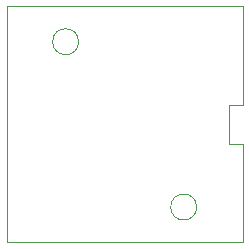
<source format=gko>
G04 #@! TF.FileFunction,Profile,NP*
%FSLAX46Y46*%
G04 Gerber Fmt 4.6, Leading zero omitted, Abs format (unit mm)*
G04 Created by KiCad (PCBNEW (after 2015-may-01 BZR unknown)-product) date 2015/12/14 21:36:31*
%MOMM*%
G01*
G04 APERTURE LIST*
%ADD10C,0.100000*%
G04 APERTURE END LIST*
D10*
X116350000Y-82550000D02*
G75*
G03X116350000Y-82550000I-1100000J0D01*
G01*
X126350000Y-96550000D02*
G75*
G03X126350000Y-96550000I-1100000J0D01*
G01*
X130250000Y-91200000D02*
X130250000Y-99550000D01*
X130250000Y-87900000D02*
X130250000Y-79550000D01*
X129100000Y-87900000D02*
X130250000Y-87900000D01*
X129100000Y-91200000D02*
X130250000Y-91200000D01*
X129100000Y-87900000D02*
X129100000Y-91200000D01*
X110250000Y-79550000D02*
X110250000Y-99550000D01*
X130250000Y-79550000D02*
X110250000Y-79550000D01*
X110250000Y-99550000D02*
X130250000Y-99550000D01*
M02*

</source>
